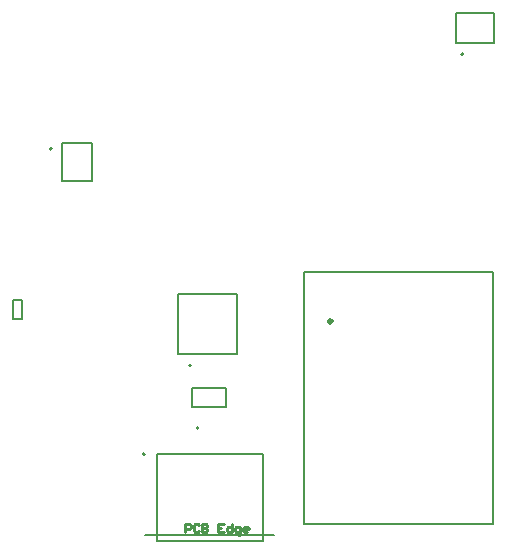
<source format=gbr>
%TF.GenerationSoftware,Altium Limited,Altium Designer,20.0.12 (288)*%
G04 Layer_Color=16711935*
%FSLAX45Y45*%
%MOMM*%
%TF.FileFunction,Other,Mechanical_13*%
%TF.Part,Single*%
G01*
G75*
%TA.AperFunction,NonConductor*%
%ADD31C,0.20000*%
%ADD58C,0.30000*%
%ADD59C,0.25400*%
%ADD61C,0.12700*%
D31*
X13762500Y5740000D02*
G03*
X13762500Y5740000I-10000J0D01*
G01*
X15005499Y3377500D02*
G03*
X15005499Y3377500I-10000J0D01*
G01*
X14549699Y3155000D02*
G03*
X14549699Y3155000I-10000J0D01*
G01*
X14939999Y3903500D02*
G03*
X14939999Y3903500I-10000J0D01*
G01*
X17245001Y6542500D02*
G03*
X17245001Y6542500I-10000J0D01*
G01*
D58*
X16132500Y4282000D02*
G03*
X16132500Y4282000I-15000J0D01*
G01*
D59*
X14890199Y2495000D02*
Y2564978D01*
X14925189D01*
X14936852Y2553315D01*
Y2529989D01*
X14925189Y2518326D01*
X14890199D01*
X15006828Y2553315D02*
X14995166Y2564978D01*
X14971840D01*
X14960178Y2553315D01*
Y2506663D01*
X14971840Y2495000D01*
X14995166D01*
X15006828Y2506663D01*
X15030154Y2564978D02*
Y2495000D01*
X15065144D01*
X15076807Y2506663D01*
Y2518326D01*
X15065144Y2529989D01*
X15030154D01*
X15065144D01*
X15076807Y2541652D01*
Y2553315D01*
X15065144Y2564978D01*
X15030154D01*
X15216762D02*
X15170110D01*
Y2495000D01*
X15216762D01*
X15170110Y2529989D02*
X15193436D01*
X15286739Y2564978D02*
Y2495000D01*
X15251750D01*
X15240086Y2506663D01*
Y2529989D01*
X15251750Y2541652D01*
X15286739D01*
X15333391Y2471674D02*
X15345055D01*
X15356717Y2483337D01*
Y2541652D01*
X15321729D01*
X15310065Y2529989D01*
Y2506663D01*
X15321729Y2495000D01*
X15356717D01*
X15415031D02*
X15391705D01*
X15380042Y2506663D01*
Y2529989D01*
X15391705Y2541652D01*
X15415031D01*
X15426694Y2529989D01*
Y2518326D01*
X15380042D01*
D61*
X13847501Y5790000D02*
X14097501D01*
Y5470000D02*
Y5790000D01*
X13847501Y5470000D02*
Y5790000D01*
Y5470000D02*
X14097501D01*
X13430000Y4459000D02*
X13510001D01*
Y4299000D02*
Y4459000D01*
X13430000Y4299000D02*
X13510001D01*
X13430000D02*
Y4459000D01*
X14943750Y3551750D02*
Y3714250D01*
X15236250D01*
Y3551750D02*
Y3714250D01*
X14943750Y3551750D02*
X15236250D01*
X14650200Y2420000D02*
Y3155000D01*
Y2420000D02*
X15544200D01*
Y3155000D01*
X14650200D02*
X15544200D01*
X14550200Y2469000D02*
X15644200D01*
X15330000Y4007500D02*
Y4507500D01*
X14830000Y4007500D02*
Y4507500D01*
X15330000D01*
X14830000Y4007500D02*
X15330000D01*
X15897501Y2560000D02*
X17497501D01*
X15897501D02*
Y4700000D01*
X17497501D01*
Y2560000D02*
Y4700000D01*
X17185001Y6637500D02*
Y6887500D01*
X17505000D01*
X17185001Y6637500D02*
X17505000D01*
Y6887500D01*
%TF.MD5,adbc6f2bd15efbf27bdb295995c559f4*%
M02*

</source>
